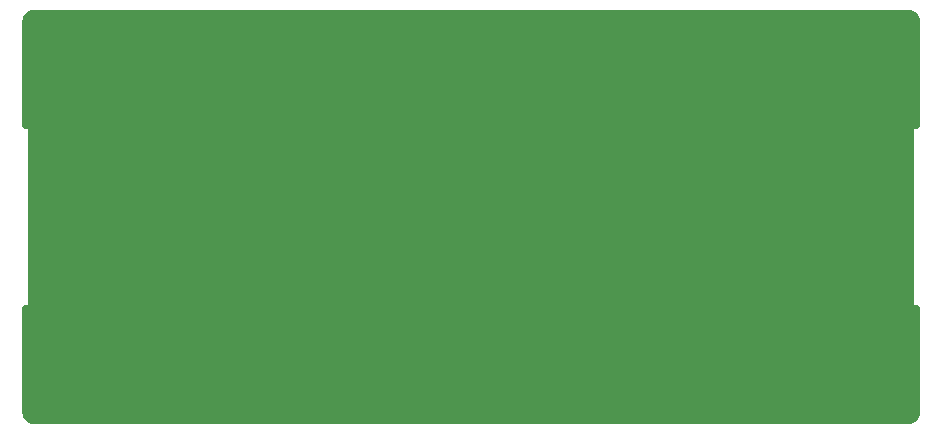
<source format=gbl>
G04 DipTrace 4.3.0.4*
G04 GPSDO back v1.01.GBL*
%MOIN*%
G04 #@! TF.FileFunction,Copper,L2,Bot*
G04 #@! TF.Part,Single*
G04 #@! TA.AperFunction,CopperBalancing*
%ADD16C,0.025*%
G04 #@! TA.AperFunction,ComponentPad*
%ADD19C,0.177165*%
%FSLAX26Y26*%
G04*
G70*
G90*
G75*
G01*
G04 Bottom*
%LPD*%
X409382Y1734600D2*
D16*
X3370789D1*
X409041Y1709731D2*
X3371130D1*
X409041Y1684862D2*
X490270D1*
X612751D2*
X3167419D1*
X3289899D2*
X3371130D1*
X409041Y1659993D2*
X469421D1*
X633601D2*
X3146570D1*
X3310749D2*
X3371130D1*
X409041Y1635125D2*
X459655D1*
X643318D2*
X3136853D1*
X3320466D2*
X3371130D1*
X409041Y1610256D2*
X457409D1*
X645563D2*
X3134606D1*
X3322761D2*
X3371130D1*
X409041Y1585387D2*
X462049D1*
X640925D2*
X3139245D1*
X3318073D2*
X3371130D1*
X409041Y1560518D2*
X474890D1*
X628083D2*
X3152038D1*
X3305281D2*
X3371130D1*
X409041Y1535650D2*
X502234D1*
X600789D2*
X3179382D1*
X3277937D2*
X3371130D1*
X409041Y1510781D2*
X3371130D1*
X409041Y1485912D2*
X3371130D1*
X409041Y1461043D2*
X3371130D1*
X409041Y1436175D2*
X3371130D1*
X409041Y1411306D2*
X3371130D1*
X428718Y1386437D2*
X3351453D1*
X428718Y1361568D2*
X3351453D1*
X428718Y1336699D2*
X3351453D1*
X428718Y1311831D2*
X3351453D1*
X428718Y1286962D2*
X3351453D1*
X428718Y1262093D2*
X3351453D1*
X428718Y1237224D2*
X3351453D1*
X428718Y1212356D2*
X3351453D1*
X428718Y1187487D2*
X3351453D1*
X428718Y1162618D2*
X3351453D1*
X428718Y1137749D2*
X3351453D1*
X428718Y1112881D2*
X3351453D1*
X428718Y1088012D2*
X3351453D1*
X428718Y1063143D2*
X3351453D1*
X428718Y1038274D2*
X3351453D1*
X428718Y1013406D2*
X3351453D1*
X428718Y988537D2*
X3351453D1*
X428718Y963668D2*
X3351453D1*
X428718Y938799D2*
X3351453D1*
X428718Y913930D2*
X3351453D1*
X428718Y889062D2*
X3351453D1*
X428718Y864193D2*
X3351453D1*
X428718Y839324D2*
X3351453D1*
X428718Y814455D2*
X3351453D1*
X428718Y789587D2*
X3351453D1*
X409016Y764718D2*
X3371130D1*
X409016Y739849D2*
X3371130D1*
X409016Y714980D2*
X3371130D1*
X409016Y690112D2*
X3371130D1*
X409016Y665243D2*
X3371130D1*
X409016Y640374D2*
X526550D1*
X576472D2*
X3203698D1*
X3253621D2*
X3371130D1*
X409016Y615505D2*
X483386D1*
X619636D2*
X3160534D1*
X3296785D2*
X3371130D1*
X409016Y590636D2*
X466101D1*
X636873D2*
X3143249D1*
X3314070D2*
X3371130D1*
X409016Y565768D2*
X458434D1*
X644538D2*
X3135583D1*
X3321735D2*
X3371130D1*
X409016Y540899D2*
X457946D1*
X645075D2*
X3135094D1*
X3322224D2*
X3371130D1*
X409016Y516030D2*
X464441D1*
X638533D2*
X3141638D1*
X3315681D2*
X3371130D1*
X409016Y491161D2*
X479969D1*
X623005D2*
X3157165D1*
X3300202D2*
X3371130D1*
X409016Y466293D2*
X515173D1*
X587801D2*
X3192322D1*
X3264997D2*
X3371130D1*
X409016Y441424D2*
X3371130D1*
X415339Y416555D2*
X3364782D1*
X3320052Y1607295D2*
X3317802Y1593088D1*
X3313357Y1579407D1*
X3306825Y1566589D1*
X3298370Y1554951D1*
X3288198Y1544780D1*
X3276560Y1536324D1*
X3263743Y1529793D1*
X3250062Y1525348D1*
X3235854Y1523097D1*
X3221469D1*
X3207261Y1525348D1*
X3193580Y1529793D1*
X3180762Y1536324D1*
X3169125Y1544780D1*
X3158953Y1554951D1*
X3150497Y1566589D1*
X3143966Y1579407D1*
X3139521Y1593088D1*
X3137270Y1607295D1*
Y1621681D1*
X3139521Y1635888D1*
X3143966Y1649570D1*
X3150497Y1662387D1*
X3158953Y1674025D1*
X3169125Y1684197D1*
X3180762Y1692652D1*
X3193580Y1699184D1*
X3207261Y1703629D1*
X3221469Y1705879D1*
X3235854D1*
X3250062Y1703629D1*
X3263743Y1699184D1*
X3276560Y1692652D1*
X3288198Y1684197D1*
X3298370Y1674025D1*
X3306825Y1662387D1*
X3313357Y1649570D1*
X3317802Y1635888D1*
X3320052Y1621681D1*
Y1607295D1*
X642887D2*
X640636Y1593088D1*
X636192Y1579407D1*
X629660Y1566589D1*
X621205Y1554951D1*
X611033Y1544780D1*
X599395Y1536324D1*
X586577Y1529793D1*
X572896Y1525348D1*
X558689Y1523097D1*
X544303D1*
X530096Y1525348D1*
X516415Y1529793D1*
X503597Y1536324D1*
X491959Y1544780D1*
X481787Y1554951D1*
X473332Y1566589D1*
X466801Y1579407D1*
X462356Y1593088D1*
X460105Y1607295D1*
Y1621681D1*
X462356Y1635888D1*
X466801Y1649570D1*
X473332Y1662387D1*
X481787Y1674025D1*
X491959Y1684197D1*
X503597Y1692652D1*
X516415Y1699184D1*
X530096Y1703629D1*
X544303Y1705879D1*
X558689D1*
X572896Y1703629D1*
X586577Y1699184D1*
X599395Y1692652D1*
X611033Y1684197D1*
X621205Y1674025D1*
X629660Y1662387D1*
X636192Y1649570D1*
X640636Y1635888D1*
X642887Y1621681D1*
Y1607295D1*
Y544303D2*
X640636Y530096D1*
X636192Y516415D1*
X629660Y503597D1*
X621205Y491959D1*
X611033Y481787D1*
X599395Y473332D1*
X586577Y466801D1*
X572896Y462356D1*
X558689Y460105D1*
X544303D1*
X530096Y462356D1*
X516415Y466801D1*
X503597Y473332D1*
X491959Y481787D1*
X481787Y491959D1*
X473332Y503597D1*
X466801Y516415D1*
X462356Y530096D1*
X460105Y544303D1*
Y558689D1*
X462356Y572896D1*
X466801Y586577D1*
X473332Y599395D1*
X481787Y611033D1*
X491959Y621205D1*
X503597Y629660D1*
X516415Y636192D1*
X530096Y640636D1*
X544303Y642887D1*
X558689D1*
X572896Y640636D1*
X586577Y636192D1*
X599395Y629660D1*
X611033Y621205D1*
X621205Y611033D1*
X629660Y599395D1*
X636192Y586577D1*
X640636Y572896D1*
X642887Y558689D1*
Y544303D1*
X3320052D2*
X3317802Y530096D1*
X3313357Y516415D1*
X3306825Y503597D1*
X3298370Y491959D1*
X3288198Y481787D1*
X3276560Y473332D1*
X3263743Y466801D1*
X3250062Y462356D1*
X3235854Y460105D1*
X3221469D1*
X3207261Y462356D1*
X3193580Y466801D1*
X3180762Y473332D1*
X3169125Y481787D1*
X3158953Y491959D1*
X3150497Y503597D1*
X3143966Y516415D1*
X3139521Y530096D1*
X3137270Y544303D1*
Y558689D1*
X3139521Y572896D1*
X3143966Y586577D1*
X3150497Y599395D1*
X3158953Y611033D1*
X3169125Y621205D1*
X3180762Y629660D1*
X3193580Y636192D1*
X3207261Y640636D1*
X3221469Y642887D1*
X3235854D1*
X3250062Y640636D1*
X3263743Y636192D1*
X3276560Y629660D1*
X3288198Y621205D1*
X3298370Y611033D1*
X3306825Y599395D1*
X3313357Y586577D1*
X3317802Y572896D1*
X3320052Y558689D1*
Y544303D1*
X434118Y406516D2*
X3346055D1*
X3353751Y407542D1*
X3360202Y410230D1*
X3365736Y414495D1*
X3369982Y420047D1*
X3372643Y426508D1*
X3373657Y434314D1*
X3373642Y775217D1*
X3363538Y775562D1*
X3359925Y777059D1*
X3356951Y779598D1*
X3354908Y782933D1*
X3353995Y786736D1*
Y1379248D1*
X3354908Y1383051D1*
X3356951Y1386386D1*
X3359925Y1388925D1*
X3363538Y1390423D1*
X3366457Y1390768D1*
X3373642D1*
Y1731871D1*
X3372615Y1739577D1*
X3369928Y1746029D1*
X3365663Y1751563D1*
X3360112Y1755807D1*
X3353650Y1758467D1*
X3345845Y1759482D1*
X434104Y1759469D1*
X426406Y1758442D1*
X419955Y1755755D1*
X414421Y1751490D1*
X410177Y1745937D1*
X407517Y1739476D1*
X406503Y1731669D1*
X406516Y1390768D1*
X416619Y1390423D1*
X420232Y1388925D1*
X423206Y1386386D1*
X425249Y1383051D1*
X426163Y1379248D1*
Y786736D1*
X425249Y782933D1*
X423206Y779598D1*
X420232Y777059D1*
X416619Y775562D1*
X413701Y775217D1*
X406516D1*
Y434113D1*
X407543Y426407D1*
X410231Y419955D1*
X414496Y414417D1*
X420047Y410177D1*
X426509Y407514D1*
X434314Y406501D1*
D19*
X3228661Y1614488D3*
X551496D3*
Y551496D3*
X3228661D3*
M02*

</source>
